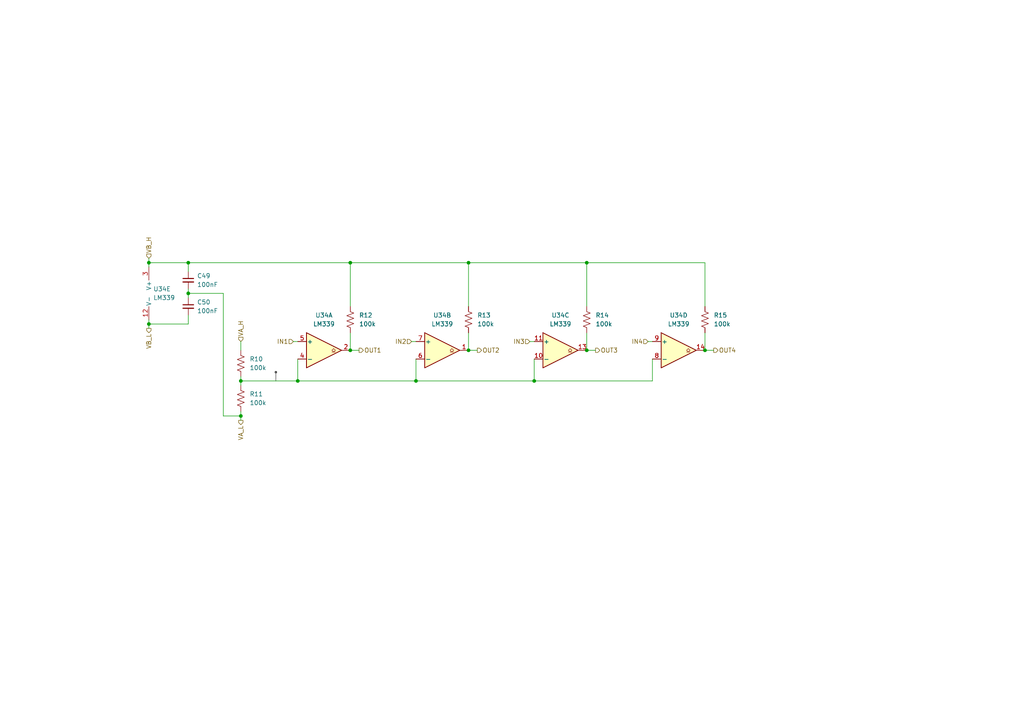
<source format=kicad_sch>
(kicad_sch (version 20250114) (generator "eeschema") (generator_version "9.0")
  (paper "A4")
  (title_block (title "Solid State Scanner Vibrato") (date "2024-10-27") (company "Osprey Instruments"))
  (lib_symbols
    (symbol "Comparator:LM339" (pin_names (offset 0.127))
      (property "Reference" "U" (at 0 5.08 0))
      (property "Value" "LM339" (at 0 -5.08 0))
      (symbol "LM339_1_1"
        (polyline (pts (xy -5.08 5.08) (xy 5.08 0) (xy -5.08 -5.08) (xy -5.08 5.08)) (stroke (width 0.254)) (fill (type background)))
        (polyline (pts (xy 3.302 -0.508) (xy 2.794 -0.508) (xy 3.302 0) (xy 2.794 0.508) (xy 2.286 0) (xy 2.794 -0.508) (xy 2.286 -0.508)) (stroke (width 0.127)))
        (pin input line (at -7.62 2.54 0) (length 2.54) (name "+") (number "5"))
        (pin input line (at -7.62 -2.54 0) (length 2.54) (name "-") (number "4"))
        (pin open_collector line (at 7.62 0 180) (length 2.54) (name "~") (number "2"))
      )
      (symbol "LM339_2_1"
        (polyline (pts (xy -5.08 5.08) (xy 5.08 0) (xy -5.08 -5.08) (xy -5.08 5.08)) (stroke (width 0.254)) (fill (type background)))
        (polyline (pts (xy 3.302 -0.508) (xy 2.794 -0.508) (xy 3.302 0) (xy 2.794 0.508) (xy 2.286 0) (xy 2.794 -0.508) (xy 2.286 -0.508)) (stroke (width 0.127)))
        (pin input line (at -7.62 2.54 0) (length 2.54) (name "+") (number "7"))
        (pin input line (at -7.62 -2.54 0) (length 2.54) (name "-") (number "6"))
        (pin open_collector line (at 7.62 0 180) (length 2.54) (name "~") (number "1"))
      )
      (symbol "LM339_3_1"
        (polyline (pts (xy -5.08 5.08) (xy 5.08 0) (xy -5.08 -5.08) (xy -5.08 5.08)) (stroke (width 0.254)) (fill (type background)))
        (polyline (pts (xy 3.302 -0.508) (xy 2.794 -0.508) (xy 3.302 0) (xy 2.794 0.508) (xy 2.286 0) (xy 2.794 -0.508) (xy 2.286 -0.508)) (stroke (width 0.127)))
        (pin input line (at -7.62 2.54 0) (length 2.54) (name "+") (number "11"))
        (pin input line (at -7.62 -2.54 0) (length 2.54) (name "-") (number "10"))
        (pin open_collector line (at 7.62 0 180) (length 2.54) (name "~") (number "13"))
      )
      (symbol "LM339_4_1"
        (polyline (pts (xy -5.08 5.08) (xy 5.08 0) (xy -5.08 -5.08) (xy -5.08 5.08)) (stroke (width 0.254)) (fill (type background)))
        (polyline (pts (xy 3.302 -0.508) (xy 2.794 -0.508) (xy 3.302 0) (xy 2.794 0.508) (xy 2.286 0) (xy 2.794 -0.508) (xy 2.286 -0.508)) (stroke (width 0.127)))
        (pin input line (at -7.62 2.54 0) (length 2.54) (name "+") (number "9"))
        (pin input line (at -7.62 -2.54 0) (length 2.54) (name "-") (number "8"))
        (pin open_collector line (at 7.62 0 180) (length 2.54) (name "~") (number "14"))
      )
      (symbol "LM339_5_1"
        (pin power_in line (at -2.54 7.62 270) (length 3.81) (name "V+") (number "3"))
        (pin power_in line (at -2.54 -7.62 90) (length 3.81) (name "V-") (number "12"))
      )
    )
    (symbol "Device:C_Small" (pin_numbers (hide yes)) (pin_names (offset 0.254) (hide yes))
      (property "Reference" "C" (at 0.254 1.778 0))
      (property "Value" "C_Small" (at 0.254 -2.032 0))
      (symbol "C_Small_0_1"
        (polyline (pts (xy -1.524 0.508) (xy 1.524 0.508)) (stroke (width 0.3048)))
        (polyline (pts (xy -1.524 -0.508) (xy 1.524 -0.508)) (stroke (width 0.3302)))
      )
      (symbol "C_Small_1_1"
        (pin passive line (at 0 2.54 270) (length 2.032) (name "~") (number "1"))
        (pin passive line (at 0 -2.54 90) (length 2.032) (name "~") (number "2"))
      )
    )
    (symbol "Device:R_US" (pin_numbers (hide yes)) (pin_names (offset 0))
      (property "Reference" "R" (at 2.54 0 90))
      (property "Value" "R_US" (at -2.54 0 90))
      (symbol "R_US_0_1"
        (polyline (pts (xy 0 2.286) (xy 0 2.54)))
        (polyline (pts (xy 0 2.286) (xy 1.016 1.905) (xy 0 1.524) (xy -1.016 1.143) (xy 0 0.762)))
        (polyline (pts (xy 0 0.762) (xy 1.016 0.381) (xy 0 0) (xy -1.016 -0.381) (xy 0 -0.762)))
        (polyline (pts (xy 0 -0.762) (xy 1.016 -1.143) (xy 0 -1.524) (xy -1.016 -1.905) (xy 0 -2.286)))
        (polyline (pts (xy 0 -2.286) (xy 0 -2.54)))
      )
      (symbol "R_US_1_1"
        (pin passive line (at 0 3.81 270) (length 1.27) (name "~") (number "1"))
        (pin passive line (at 0 -3.81 90) (length 1.27) (name "~") (number "2"))
      )
    )
  )
  (junction (at 154.94 110.49))
  (junction (at 204.47 101.6))
  (junction (at 43.18 76.2))
  (junction (at 54.61 85.09))
  (junction (at 43.18 93.98))
  (junction (at 135.89 76.2))
  (junction (at 170.18 101.6))
  (junction (at 69.85 110.49))
  (junction (at 86.36 110.49))
  (junction (at 135.89 101.6))
  (junction (at 170.18 76.2))
  (junction (at 120.65 110.49))
  (junction (at 69.85 120.65))
  (junction (at 101.6 101.6))
  (junction (at 54.61 76.2))
  (junction (at 101.6 76.2))
  (wire (pts (xy 101.6 76.2) (xy 101.6 88.9)))
  (wire (pts (xy 135.89 101.6) (xy 138.43 101.6)))
  (wire (pts (xy 69.85 99.06) (xy 69.85 101.6)))
  (wire (pts (xy 54.61 76.2) (xy 101.6 76.2)))
  (wire (pts (xy 170.18 76.2) (xy 170.18 88.9)))
  (wire (pts (xy 101.6 76.2) (xy 135.89 76.2)))
  (wire (pts (xy 43.18 93.98) (xy 54.61 93.98)))
  (wire (pts (xy 154.94 104.14) (xy 154.94 110.49)))
  (wire (pts (xy 204.47 76.2) (xy 204.47 88.9)))
  (wire (pts (xy 120.65 104.14) (xy 120.65 110.49)))
  (wire (pts (xy 135.89 76.2) (xy 170.18 76.2)))
  (wire (pts (xy 69.85 110.49) (xy 86.36 110.49)))
  (wire (pts (xy 101.6 101.6) (xy 104.14 101.6)))
  (wire (pts (xy 101.6 96.52) (xy 101.6 101.6)))
  (wire (pts (xy 43.18 76.2) (xy 54.61 76.2)))
  (wire (pts (xy 119.38 99.06) (xy 120.65 99.06)))
  (wire (pts (xy 204.47 101.6) (xy 207.01 101.6)))
  (wire (pts (xy 43.18 92.71) (xy 43.18 93.98)))
  (wire (pts (xy 170.18 76.2) (xy 204.47 76.2)))
  (wire (pts (xy 189.23 110.49) (xy 189.23 104.14)))
  (wire (pts (xy 54.61 83.82) (xy 54.61 85.09)))
  (wire (pts (xy 43.18 76.2) (xy 43.18 77.47)))
  (wire (pts (xy 69.85 110.49) (xy 69.85 111.76)))
  (wire (pts (xy 170.18 101.6) (xy 172.72 101.6)))
  (wire (pts (xy 86.36 104.14) (xy 86.36 110.49)))
  (wire (pts (xy 170.18 96.52) (xy 170.18 101.6)))
  (wire (pts (xy 135.89 76.2) (xy 135.89 88.9)))
  (wire (pts (xy 43.18 74.93) (xy 43.18 76.2)))
  (wire (pts (xy 64.77 120.65) (xy 69.85 120.65)))
  (wire (pts (xy 64.77 85.09) (xy 64.77 120.65)))
  (wire (pts (xy 54.61 91.44) (xy 54.61 93.98)))
  (wire (pts (xy 54.61 85.09) (xy 54.61 86.36)))
  (wire (pts (xy 54.61 85.09) (xy 64.77 85.09)))
  (wire (pts (xy 86.36 110.49) (xy 120.65 110.49)))
  (wire (pts (xy 204.47 96.52) (xy 204.47 101.6)))
  (wire (pts (xy 135.89 96.52) (xy 135.89 101.6)))
  (wire (pts (xy 187.96 99.06) (xy 189.23 99.06)))
  (wire (pts (xy 54.61 76.2) (xy 54.61 78.74)))
  (wire (pts (xy 120.65 110.49) (xy 154.94 110.49)))
  (wire (pts (xy 69.85 109.22) (xy 69.85 110.49)))
  (wire (pts (xy 154.94 110.49) (xy 189.23 110.49)))
  (wire (pts (xy 69.85 120.65) (xy 69.85 121.92)))
  (wire (pts (xy 43.18 93.98) (xy 43.18 95.25)))
  (wire (pts (xy 85.09 99.06) (xy 86.36 99.06)))
  (wire (pts (xy 153.67 99.06) (xy 154.94 99.06)))
  (wire (pts (xy 69.85 119.38) (xy 69.85 120.65)))
  (hierarchical_label "VA_H" (shape input) (at 69.85 99.06 90))
  (hierarchical_label "VB_H" (shape input) (at 43.18 74.93 90))
  (hierarchical_label "VA_L" (shape output) (at 69.85 121.92 270))
  (hierarchical_label "VB_L" (shape output) (at 43.18 95.25 270))
  (hierarchical_label "OUT3" (shape output) (at 172.72 101.6 0))
  (hierarchical_label "OUT1" (shape output) (at 104.14 101.6 0))
  (hierarchical_label "OUT4" (shape output) (at 207.01 101.6 0))
  (hierarchical_label "IN1" (shape input) (at 85.09 99.06 180))
  (hierarchical_label "OUT2" (shape output) (at 138.43 101.6 0))
  (hierarchical_label "IN2" (shape input) (at 119.38 99.06 180))
  (hierarchical_label "IN3" (shape input) (at 153.67 99.06 180))
  (hierarchical_label "IN4" (shape input) (at 187.96 99.06 180))
  (netclass_flag "" (length 2.54) (shape dot) (at 80.01 110.49 0) (property "Netclass" "SIG" (effects (hide yes))))
  (symbol (lib_id "Device:R_US") (at 69.85 105.41 0) (unit 1)
    (property "Reference" "R3" (at 72.39 104.1399 0) (effects (justify left)))
    (property "Value" "100k" (at 72.39 106.6799 0) (effects (justify left)))
    (property "Footprint" "Resistor_SMD:R_0603_1608Metric" (effects (hide yes)))
    (property "Description" "Resistor, US symbol" (effects (hide yes)))
    (instances (project "ScannerVibratoFun_Eurorack" (path "" (reference "R10") (unit 1)) (path "" (reference "R22") (unit 1)) (path "" (reference "R16") (unit 1)) (path "" (reference "R3") (unit 1))))
  )
  (symbol (lib_id "Device:R_US") (at 69.85 115.57 0) (unit 1)
    (property "Reference" "R5" (at 72.39 114.2999 0) (effects (justify left)))
    (property "Value" "100k" (at 72.39 116.8399 0) (effects (justify left)))
    (property "Footprint" "Resistor_SMD:R_0603_1608Metric" (effects (hide yes)))
    (property "Description" "Resistor, US symbol" (effects (hide yes)))
    (instances (project "ScannerVibratoFun_Eurorack" (path "" (reference "R11") (unit 1)) (path "" (reference "R23") (unit 1)) (path "" (reference "R17") (unit 1)) (path "" (reference "R5") (unit 1))))
  )
  (symbol (lib_id "Device:R_US") (at 101.6 92.71 0) (unit 1)
    (property "Reference" "R6" (at 104.14 91.4399 0) (effects (justify left)))
    (property "Value" "100k" (at 104.14 93.9799 0) (effects (justify left)))
    (property "Footprint" "Resistor_SMD:R_0603_1608Metric" (effects (hide yes)))
    (property "Description" "Resistor, US symbol" (effects (hide yes)))
    (instances (project "ScannerVibratoFun_Eurorack" (path "" (reference "R12") (unit 1)) (path "" (reference "R24") (unit 1)) (path "" (reference "R18") (unit 1)) (path "" (reference "R6") (unit 1))))
  )
  (symbol (lib_id "Comparator:LM339") (at 128.27 101.6 0) (unit 2)
    (property "Reference" "U33" (at 128.27 91.44 0))
    (property "Value" "LM339" (at 128.27 93.98 0))
    (property "Footprint" "Package_SO:TSSOP-14_4.4x5mm_P0.65mm" (effects (hide yes)))
    (property "Datasheet" "https://www.ti.com/general/docs/suppproductinfo.tsp?distId=10&gotoUrl=http%3A%2F%2Fwww.ti.com%2Flit%2Fgpn%2Flm339" (effects (hide yes)))
    (property "Description" "Quad Differential Comparators, SOIC-14/TSSOP-14" (effects (hide yes)))
    (property "Manufacturer" "Texas Instruments" (effects (hide yes)))
    (property "Part Number" "LM339APWR" (effects (hide yes)))
    (instances (project "ScannerVibratoFun_Eurorack" (path "" (reference "U34") (unit 2)) (path "" (reference "U36") (unit 2)) (path "" (reference "U35") (unit 2)) (path "" (reference "U33") (unit 2))))
  )
  (symbol (lib_id "Comparator:LM339") (at 93.98 101.6 0) (unit 1)
    (property "Reference" "U33" (at 93.98 91.44 0))
    (property "Value" "LM339" (at 93.98 93.98 0))
    (property "Footprint" "Package_SO:TSSOP-14_4.4x5mm_P0.65mm" (effects (hide yes)))
    (property "Datasheet" "https://www.ti.com/general/docs/suppproductinfo.tsp?distId=10&gotoUrl=http%3A%2F%2Fwww.ti.com%2Flit%2Fgpn%2Flm339" (effects (hide yes)))
    (property "Description" "Quad Differential Comparators, SOIC-14/TSSOP-14" (effects (hide yes)))
    (property "Manufacturer" "Texas Instruments" (effects (hide yes)))
    (property "Part Number" "LM339APWR" (effects (hide yes)))
    (instances (project "ScannerVibratoFun_Eurorack" (path "" (reference "U34") (unit 1)) (path "" (reference "U36") (unit 1)) (path "" (reference "U35") (unit 1)) (path "" (reference "U33") (unit 1))))
  )
  (symbol (lib_id "Device:C_Small") (at 54.61 88.9 0) (unit 1)
    (property "Reference" "C46" (at 57.15 87.6362 0) (effects (justify left)))
    (property "Value" "100nF" (at 57.15 90.1762 0) (effects (justify left)))
    (property "Footprint" "Capacitor_SMD:C_0603_1608Metric" (effects (hide yes)))
    (property "Description" "Unpolarized capacitor, small symbol" (effects (hide yes)))
    (instances (project "ScannerVibratoFun_Eurorack" (path "" (reference "C50") (unit 1)) (path "" (reference "C58") (unit 1)) (path "" (reference "C54") (unit 1)) (path "" (reference "C46") (unit 1))))
  )
  (symbol (lib_id "Device:R_US") (at 204.47 92.71 0) (unit 1)
    (property "Reference" "R9" (at 207.01 91.4399 0) (effects (justify left)))
    (property "Value" "100k" (at 207.01 93.9799 0) (effects (justify left)))
    (property "Footprint" "Resistor_SMD:R_0603_1608Metric" (effects (hide yes)))
    (property "Description" "Resistor, US symbol" (effects (hide yes)))
    (instances (project "ScannerVibratoFun_Eurorack" (path "" (reference "R15") (unit 1)) (path "" (reference "R31") (unit 1)) (path "" (reference "R21") (unit 1)) (path "" (reference "R9") (unit 1))))
  )
  (symbol (lib_id "Device:R_US") (at 170.18 92.71 0) (unit 1)
    (property "Reference" "R8" (at 172.72 91.4399 0) (effects (justify left)))
    (property "Value" "100k" (at 172.72 93.9799 0) (effects (justify left)))
    (property "Footprint" "Resistor_SMD:R_0603_1608Metric" (effects (hide yes)))
    (property "Description" "Resistor, US symbol" (effects (hide yes)))
    (instances (project "ScannerVibratoFun_Eurorack" (path "" (reference "R14") (unit 1)) (path "" (reference "R26") (unit 1)) (path "" (reference "R20") (unit 1)) (path "" (reference "R8") (unit 1))))
  )
  (symbol (lib_id "Comparator:LM339") (at 162.56 101.6 0) (unit 3)
    (property "Reference" "U33" (at 162.56 91.44 0))
    (property "Value" "LM339" (at 162.56 93.98 0))
    (property "Footprint" "Package_SO:TSSOP-14_4.4x5mm_P0.65mm" (effects (hide yes)))
    (property "Datasheet" "https://www.ti.com/general/docs/suppproductinfo.tsp?distId=10&gotoUrl=http%3A%2F%2Fwww.ti.com%2Flit%2Fgpn%2Flm339" (effects (hide yes)))
    (property "Description" "Quad Differential Comparators, SOIC-14/TSSOP-14" (effects (hide yes)))
    (property "Manufacturer" "Texas Instruments" (effects (hide yes)))
    (property "Part Number" "LM339APWR" (effects (hide yes)))
    (instances (project "ScannerVibratoFun_Eurorack" (path "" (reference "U34") (unit 3)) (path "" (reference "U36") (unit 3)) (path "" (reference "U35") (unit 3)) (path "" (reference "U33") (unit 3))))
  )
  (symbol (lib_id "Comparator:LM339") (at 196.85 101.6 0) (unit 4)
    (property "Reference" "U33" (at 196.85 91.44 0))
    (property "Value" "LM339" (at 196.85 93.98 0))
    (property "Footprint" "Package_SO:TSSOP-14_4.4x5mm_P0.65mm" (effects (hide yes)))
    (property "Datasheet" "https://www.ti.com/general/docs/suppproductinfo.tsp?distId=10&gotoUrl=http%3A%2F%2Fwww.ti.com%2Flit%2Fgpn%2Flm339" (effects (hide yes)))
    (property "Description" "Quad Differential Comparators, SOIC-14/TSSOP-14" (effects (hide yes)))
    (property "Manufacturer" "Texas Instruments" (effects (hide yes)))
    (property "Part Number" "LM339APWR" (effects (hide yes)))
    (instances (project "ScannerVibratoFun_Eurorack" (path "" (reference "U34") (unit 4)) (path "" (reference "U36") (unit 4)) (path "" (reference "U35") (unit 4)) (path "" (reference "U33") (unit 4))))
  )
  (symbol (lib_id "Comparator:LM339") (at 45.72 85.09 0) (unit 5)
    (property "Reference" "U33" (at 44.45 83.8199 0) (effects (justify left)))
    (property "Value" "LM339" (at 44.45 86.3599 0) (effects (justify left)))
    (property "Footprint" "Package_SO:TSSOP-14_4.4x5mm_P0.65mm" (effects (hide yes)))
    (property "Datasheet" "https://www.ti.com/general/docs/suppproductinfo.tsp?distId=10&gotoUrl=http%3A%2F%2Fwww.ti.com%2Flit%2Fgpn%2Flm339" (effects (hide yes)))
    (property "Description" "Quad Differential Comparators, SOIC-14/TSSOP-14" (effects (hide yes)))
    (property "Manufacturer" "Texas Instruments" (effects (hide yes)))
    (property "Part Number" "LM339APWR" (effects (hide yes)))
    (instances (project "ScannerVibratoFun_Eurorack" (path "" (reference "U34") (unit 5)) (path "" (reference "U36") (unit 5)) (path "" (reference "U35") (unit 5)) (path "" (reference "U33") (unit 5))))
  )
  (symbol (lib_id "Device:C_Small") (at 54.61 81.28 0) (unit 1)
    (property "Reference" "C45" (at 57.15 80.0162 0) (effects (justify left)))
    (property "Value" "100nF" (at 57.15 82.5562 0) (effects (justify left)))
    (property "Footprint" "Capacitor_SMD:C_0603_1608Metric" (effects (hide yes)))
    (property "Description" "Unpolarized capacitor, small symbol" (effects (hide yes)))
    (instances (project "ScannerVibratoFun_Eurorack" (path "" (reference "C49") (unit 1)) (path "" (reference "C57") (unit 1)) (path "" (reference "C53") (unit 1)) (path "" (reference "C45") (unit 1))))
  )
  (symbol (lib_id "Device:R_US") (at 135.89 92.71 0) (unit 1)
    (property "Reference" "R7" (at 138.43 91.4399 0) (effects (justify left)))
    (property "Value" "100k" (at 138.43 93.9799 0) (effects (justify left)))
    (property "Footprint" "Resistor_SMD:R_0603_1608Metric" (effects (hide yes)))
    (property "Description" "Resistor, US symbol" (effects (hide yes)))
    (instances (project "ScannerVibratoFun_Eurorack" (path "" (reference "R13") (unit 1)) (path "" (reference "R25") (unit 1)) (path "" (reference "R19") (unit 1)) (path "" (reference "R7") (unit 1))))
  )
)
</source>
